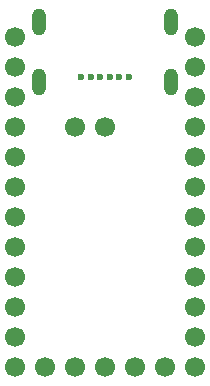
<source format=gbs>
G04 #@! TF.GenerationSoftware,KiCad,Pcbnew,(5.99.0-11424-g2f41dd4074)*
G04 #@! TF.CreationDate,2021-09-18T21:26:06+03:00*
G04 #@! TF.ProjectId,goldfish,676f6c64-6669-4736-982e-6b696361645f,C*
G04 #@! TF.SameCoordinates,Original*
G04 #@! TF.FileFunction,Soldermask,Bot*
G04 #@! TF.FilePolarity,Negative*
%FSLAX46Y46*%
G04 Gerber Fmt 4.6, Leading zero omitted, Abs format (unit mm)*
G04 Created by KiCad (PCBNEW (5.99.0-11424-g2f41dd4074)) date 2021-09-18 21:26:06*
%MOMM*%
%LPD*%
G01*
G04 APERTURE LIST*
%ADD10C,0.600000*%
%ADD11O,1.200000X2.300000*%
%ADD12C,1.700000*%
G04 APERTURE END LIST*
D10*
X28000000Y-30690000D03*
X28800000Y-30690000D03*
X29600000Y-30690000D03*
X30400000Y-30690000D03*
X31200000Y-30690000D03*
X32000000Y-30690000D03*
D11*
X24450000Y-31140000D03*
X35550000Y-26090000D03*
X24450000Y-26090000D03*
X35550000Y-31140000D03*
D12*
X35080000Y-55240000D03*
X32540000Y-55240000D03*
X30000000Y-55240000D03*
X27460000Y-55240000D03*
X24920000Y-55240000D03*
X27460000Y-34920000D03*
X30000000Y-34920000D03*
X22380000Y-55240000D03*
X22380000Y-52700000D03*
X22380000Y-50160000D03*
X22380000Y-47620000D03*
X22380000Y-45080000D03*
X22380000Y-42540000D03*
X22380000Y-40000000D03*
X22380000Y-37460000D03*
X22380000Y-34920000D03*
X22380000Y-32380000D03*
X22380000Y-29840000D03*
X22380000Y-27300000D03*
X37620000Y-27300000D03*
X37620000Y-29840000D03*
X37620000Y-32380000D03*
X37620000Y-34920000D03*
X37620000Y-37460000D03*
X37620000Y-40000000D03*
X37620000Y-42540000D03*
X37620000Y-45080000D03*
X37620000Y-47620000D03*
X37620000Y-50160000D03*
X37620000Y-52700000D03*
X37620000Y-55240000D03*
M02*

</source>
